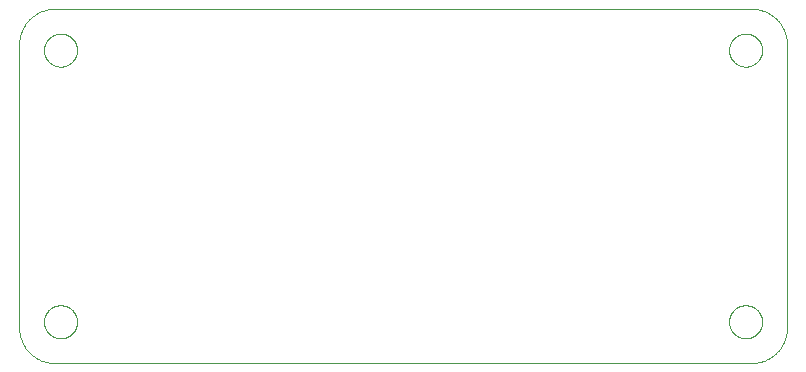
<source format=gbp>
G75*
%MOIN*%
%OFA0B0*%
%FSLAX25Y25*%
%IPPOS*%
%LPD*%
%AMOC8*
5,1,8,0,0,1.08239X$1,22.5*
%
%ADD10C,0.00000*%
D10*
X0016811Y0005000D02*
X0249094Y0005000D01*
X0249379Y0005003D01*
X0249665Y0005014D01*
X0249950Y0005031D01*
X0250234Y0005055D01*
X0250518Y0005086D01*
X0250801Y0005124D01*
X0251082Y0005169D01*
X0251363Y0005220D01*
X0251643Y0005278D01*
X0251921Y0005343D01*
X0252197Y0005415D01*
X0252471Y0005493D01*
X0252744Y0005578D01*
X0253014Y0005670D01*
X0253282Y0005768D01*
X0253548Y0005872D01*
X0253811Y0005983D01*
X0254071Y0006100D01*
X0254329Y0006223D01*
X0254583Y0006353D01*
X0254834Y0006489D01*
X0255082Y0006630D01*
X0255326Y0006778D01*
X0255567Y0006931D01*
X0255803Y0007091D01*
X0256036Y0007256D01*
X0256265Y0007426D01*
X0256490Y0007602D01*
X0256710Y0007784D01*
X0256926Y0007970D01*
X0257137Y0008162D01*
X0257344Y0008359D01*
X0257546Y0008561D01*
X0257743Y0008768D01*
X0257935Y0008979D01*
X0258121Y0009195D01*
X0258303Y0009415D01*
X0258479Y0009640D01*
X0258649Y0009869D01*
X0258814Y0010102D01*
X0258974Y0010338D01*
X0259127Y0010579D01*
X0259275Y0010823D01*
X0259416Y0011071D01*
X0259552Y0011322D01*
X0259682Y0011576D01*
X0259805Y0011834D01*
X0259922Y0012094D01*
X0260033Y0012357D01*
X0260137Y0012623D01*
X0260235Y0012891D01*
X0260327Y0013161D01*
X0260412Y0013434D01*
X0260490Y0013708D01*
X0260562Y0013984D01*
X0260627Y0014262D01*
X0260685Y0014542D01*
X0260736Y0014823D01*
X0260781Y0015104D01*
X0260819Y0015387D01*
X0260850Y0015671D01*
X0260874Y0015955D01*
X0260891Y0016240D01*
X0260902Y0016526D01*
X0260905Y0016811D01*
X0260906Y0016811D02*
X0260906Y0111299D01*
X0260905Y0111299D02*
X0260902Y0111584D01*
X0260891Y0111870D01*
X0260874Y0112155D01*
X0260850Y0112439D01*
X0260819Y0112723D01*
X0260781Y0113006D01*
X0260736Y0113287D01*
X0260685Y0113568D01*
X0260627Y0113848D01*
X0260562Y0114126D01*
X0260490Y0114402D01*
X0260412Y0114676D01*
X0260327Y0114949D01*
X0260235Y0115219D01*
X0260137Y0115487D01*
X0260033Y0115753D01*
X0259922Y0116016D01*
X0259805Y0116276D01*
X0259682Y0116534D01*
X0259552Y0116788D01*
X0259416Y0117039D01*
X0259275Y0117287D01*
X0259127Y0117531D01*
X0258974Y0117772D01*
X0258814Y0118008D01*
X0258649Y0118241D01*
X0258479Y0118470D01*
X0258303Y0118695D01*
X0258121Y0118915D01*
X0257935Y0119131D01*
X0257743Y0119342D01*
X0257546Y0119549D01*
X0257344Y0119751D01*
X0257137Y0119948D01*
X0256926Y0120140D01*
X0256710Y0120326D01*
X0256490Y0120508D01*
X0256265Y0120684D01*
X0256036Y0120854D01*
X0255803Y0121019D01*
X0255567Y0121179D01*
X0255326Y0121332D01*
X0255082Y0121480D01*
X0254834Y0121621D01*
X0254583Y0121757D01*
X0254329Y0121887D01*
X0254071Y0122010D01*
X0253811Y0122127D01*
X0253548Y0122238D01*
X0253282Y0122342D01*
X0253014Y0122440D01*
X0252744Y0122532D01*
X0252471Y0122617D01*
X0252197Y0122695D01*
X0251921Y0122767D01*
X0251643Y0122832D01*
X0251363Y0122890D01*
X0251082Y0122941D01*
X0250801Y0122986D01*
X0250518Y0123024D01*
X0250234Y0123055D01*
X0249950Y0123079D01*
X0249665Y0123096D01*
X0249379Y0123107D01*
X0249094Y0123110D01*
X0016811Y0123110D01*
X0016526Y0123107D01*
X0016240Y0123096D01*
X0015955Y0123079D01*
X0015671Y0123055D01*
X0015387Y0123024D01*
X0015104Y0122986D01*
X0014823Y0122941D01*
X0014542Y0122890D01*
X0014262Y0122832D01*
X0013984Y0122767D01*
X0013708Y0122695D01*
X0013434Y0122617D01*
X0013161Y0122532D01*
X0012891Y0122440D01*
X0012623Y0122342D01*
X0012357Y0122238D01*
X0012094Y0122127D01*
X0011834Y0122010D01*
X0011576Y0121887D01*
X0011322Y0121757D01*
X0011071Y0121621D01*
X0010823Y0121480D01*
X0010579Y0121332D01*
X0010338Y0121179D01*
X0010102Y0121019D01*
X0009869Y0120854D01*
X0009640Y0120684D01*
X0009415Y0120508D01*
X0009195Y0120326D01*
X0008979Y0120140D01*
X0008768Y0119948D01*
X0008561Y0119751D01*
X0008359Y0119549D01*
X0008162Y0119342D01*
X0007970Y0119131D01*
X0007784Y0118915D01*
X0007602Y0118695D01*
X0007426Y0118470D01*
X0007256Y0118241D01*
X0007091Y0118008D01*
X0006931Y0117772D01*
X0006778Y0117531D01*
X0006630Y0117287D01*
X0006489Y0117039D01*
X0006353Y0116788D01*
X0006223Y0116534D01*
X0006100Y0116276D01*
X0005983Y0116016D01*
X0005872Y0115753D01*
X0005768Y0115487D01*
X0005670Y0115219D01*
X0005578Y0114949D01*
X0005493Y0114676D01*
X0005415Y0114402D01*
X0005343Y0114126D01*
X0005278Y0113848D01*
X0005220Y0113568D01*
X0005169Y0113287D01*
X0005124Y0113006D01*
X0005086Y0112723D01*
X0005055Y0112439D01*
X0005031Y0112155D01*
X0005014Y0111870D01*
X0005003Y0111584D01*
X0005000Y0111299D01*
X0005000Y0016811D01*
X0005003Y0016526D01*
X0005014Y0016240D01*
X0005031Y0015955D01*
X0005055Y0015671D01*
X0005086Y0015387D01*
X0005124Y0015104D01*
X0005169Y0014823D01*
X0005220Y0014542D01*
X0005278Y0014262D01*
X0005343Y0013984D01*
X0005415Y0013708D01*
X0005493Y0013434D01*
X0005578Y0013161D01*
X0005670Y0012891D01*
X0005768Y0012623D01*
X0005872Y0012357D01*
X0005983Y0012094D01*
X0006100Y0011834D01*
X0006223Y0011576D01*
X0006353Y0011322D01*
X0006489Y0011071D01*
X0006630Y0010823D01*
X0006778Y0010579D01*
X0006931Y0010338D01*
X0007091Y0010102D01*
X0007256Y0009869D01*
X0007426Y0009640D01*
X0007602Y0009415D01*
X0007784Y0009195D01*
X0007970Y0008979D01*
X0008162Y0008768D01*
X0008359Y0008561D01*
X0008561Y0008359D01*
X0008768Y0008162D01*
X0008979Y0007970D01*
X0009195Y0007784D01*
X0009415Y0007602D01*
X0009640Y0007426D01*
X0009869Y0007256D01*
X0010102Y0007091D01*
X0010338Y0006931D01*
X0010579Y0006778D01*
X0010823Y0006630D01*
X0011071Y0006489D01*
X0011322Y0006353D01*
X0011576Y0006223D01*
X0011834Y0006100D01*
X0012094Y0005983D01*
X0012357Y0005872D01*
X0012623Y0005768D01*
X0012891Y0005670D01*
X0013161Y0005578D01*
X0013434Y0005493D01*
X0013708Y0005415D01*
X0013984Y0005343D01*
X0014262Y0005278D01*
X0014542Y0005220D01*
X0014823Y0005169D01*
X0015104Y0005124D01*
X0015387Y0005086D01*
X0015671Y0005055D01*
X0015955Y0005031D01*
X0016240Y0005014D01*
X0016526Y0005003D01*
X0016811Y0005000D01*
X0013268Y0018780D02*
X0013270Y0018928D01*
X0013276Y0019076D01*
X0013286Y0019224D01*
X0013300Y0019371D01*
X0013318Y0019518D01*
X0013339Y0019664D01*
X0013365Y0019810D01*
X0013395Y0019955D01*
X0013428Y0020099D01*
X0013466Y0020242D01*
X0013507Y0020384D01*
X0013552Y0020525D01*
X0013600Y0020665D01*
X0013653Y0020804D01*
X0013709Y0020941D01*
X0013769Y0021076D01*
X0013832Y0021210D01*
X0013899Y0021342D01*
X0013970Y0021472D01*
X0014044Y0021600D01*
X0014121Y0021726D01*
X0014202Y0021850D01*
X0014286Y0021972D01*
X0014373Y0022091D01*
X0014464Y0022208D01*
X0014558Y0022323D01*
X0014654Y0022435D01*
X0014754Y0022545D01*
X0014856Y0022651D01*
X0014962Y0022755D01*
X0015070Y0022856D01*
X0015181Y0022954D01*
X0015294Y0023050D01*
X0015410Y0023142D01*
X0015528Y0023231D01*
X0015649Y0023316D01*
X0015772Y0023399D01*
X0015897Y0023478D01*
X0016024Y0023554D01*
X0016153Y0023626D01*
X0016284Y0023695D01*
X0016417Y0023760D01*
X0016552Y0023821D01*
X0016688Y0023879D01*
X0016825Y0023934D01*
X0016964Y0023984D01*
X0017105Y0024031D01*
X0017246Y0024074D01*
X0017389Y0024114D01*
X0017533Y0024149D01*
X0017677Y0024181D01*
X0017823Y0024208D01*
X0017969Y0024232D01*
X0018116Y0024252D01*
X0018263Y0024268D01*
X0018410Y0024280D01*
X0018558Y0024288D01*
X0018706Y0024292D01*
X0018854Y0024292D01*
X0019002Y0024288D01*
X0019150Y0024280D01*
X0019297Y0024268D01*
X0019444Y0024252D01*
X0019591Y0024232D01*
X0019737Y0024208D01*
X0019883Y0024181D01*
X0020027Y0024149D01*
X0020171Y0024114D01*
X0020314Y0024074D01*
X0020455Y0024031D01*
X0020596Y0023984D01*
X0020735Y0023934D01*
X0020872Y0023879D01*
X0021008Y0023821D01*
X0021143Y0023760D01*
X0021276Y0023695D01*
X0021407Y0023626D01*
X0021536Y0023554D01*
X0021663Y0023478D01*
X0021788Y0023399D01*
X0021911Y0023316D01*
X0022032Y0023231D01*
X0022150Y0023142D01*
X0022266Y0023050D01*
X0022379Y0022954D01*
X0022490Y0022856D01*
X0022598Y0022755D01*
X0022704Y0022651D01*
X0022806Y0022545D01*
X0022906Y0022435D01*
X0023002Y0022323D01*
X0023096Y0022208D01*
X0023187Y0022091D01*
X0023274Y0021972D01*
X0023358Y0021850D01*
X0023439Y0021726D01*
X0023516Y0021600D01*
X0023590Y0021472D01*
X0023661Y0021342D01*
X0023728Y0021210D01*
X0023791Y0021076D01*
X0023851Y0020941D01*
X0023907Y0020804D01*
X0023960Y0020665D01*
X0024008Y0020525D01*
X0024053Y0020384D01*
X0024094Y0020242D01*
X0024132Y0020099D01*
X0024165Y0019955D01*
X0024195Y0019810D01*
X0024221Y0019664D01*
X0024242Y0019518D01*
X0024260Y0019371D01*
X0024274Y0019224D01*
X0024284Y0019076D01*
X0024290Y0018928D01*
X0024292Y0018780D01*
X0024290Y0018632D01*
X0024284Y0018484D01*
X0024274Y0018336D01*
X0024260Y0018189D01*
X0024242Y0018042D01*
X0024221Y0017896D01*
X0024195Y0017750D01*
X0024165Y0017605D01*
X0024132Y0017461D01*
X0024094Y0017318D01*
X0024053Y0017176D01*
X0024008Y0017035D01*
X0023960Y0016895D01*
X0023907Y0016756D01*
X0023851Y0016619D01*
X0023791Y0016484D01*
X0023728Y0016350D01*
X0023661Y0016218D01*
X0023590Y0016088D01*
X0023516Y0015960D01*
X0023439Y0015834D01*
X0023358Y0015710D01*
X0023274Y0015588D01*
X0023187Y0015469D01*
X0023096Y0015352D01*
X0023002Y0015237D01*
X0022906Y0015125D01*
X0022806Y0015015D01*
X0022704Y0014909D01*
X0022598Y0014805D01*
X0022490Y0014704D01*
X0022379Y0014606D01*
X0022266Y0014510D01*
X0022150Y0014418D01*
X0022032Y0014329D01*
X0021911Y0014244D01*
X0021788Y0014161D01*
X0021663Y0014082D01*
X0021536Y0014006D01*
X0021407Y0013934D01*
X0021276Y0013865D01*
X0021143Y0013800D01*
X0021008Y0013739D01*
X0020872Y0013681D01*
X0020735Y0013626D01*
X0020596Y0013576D01*
X0020455Y0013529D01*
X0020314Y0013486D01*
X0020171Y0013446D01*
X0020027Y0013411D01*
X0019883Y0013379D01*
X0019737Y0013352D01*
X0019591Y0013328D01*
X0019444Y0013308D01*
X0019297Y0013292D01*
X0019150Y0013280D01*
X0019002Y0013272D01*
X0018854Y0013268D01*
X0018706Y0013268D01*
X0018558Y0013272D01*
X0018410Y0013280D01*
X0018263Y0013292D01*
X0018116Y0013308D01*
X0017969Y0013328D01*
X0017823Y0013352D01*
X0017677Y0013379D01*
X0017533Y0013411D01*
X0017389Y0013446D01*
X0017246Y0013486D01*
X0017105Y0013529D01*
X0016964Y0013576D01*
X0016825Y0013626D01*
X0016688Y0013681D01*
X0016552Y0013739D01*
X0016417Y0013800D01*
X0016284Y0013865D01*
X0016153Y0013934D01*
X0016024Y0014006D01*
X0015897Y0014082D01*
X0015772Y0014161D01*
X0015649Y0014244D01*
X0015528Y0014329D01*
X0015410Y0014418D01*
X0015294Y0014510D01*
X0015181Y0014606D01*
X0015070Y0014704D01*
X0014962Y0014805D01*
X0014856Y0014909D01*
X0014754Y0015015D01*
X0014654Y0015125D01*
X0014558Y0015237D01*
X0014464Y0015352D01*
X0014373Y0015469D01*
X0014286Y0015588D01*
X0014202Y0015710D01*
X0014121Y0015834D01*
X0014044Y0015960D01*
X0013970Y0016088D01*
X0013899Y0016218D01*
X0013832Y0016350D01*
X0013769Y0016484D01*
X0013709Y0016619D01*
X0013653Y0016756D01*
X0013600Y0016895D01*
X0013552Y0017035D01*
X0013507Y0017176D01*
X0013466Y0017318D01*
X0013428Y0017461D01*
X0013395Y0017605D01*
X0013365Y0017750D01*
X0013339Y0017896D01*
X0013318Y0018042D01*
X0013300Y0018189D01*
X0013286Y0018336D01*
X0013276Y0018484D01*
X0013270Y0018632D01*
X0013268Y0018780D01*
X0013268Y0109331D02*
X0013270Y0109479D01*
X0013276Y0109627D01*
X0013286Y0109775D01*
X0013300Y0109922D01*
X0013318Y0110069D01*
X0013339Y0110215D01*
X0013365Y0110361D01*
X0013395Y0110506D01*
X0013428Y0110650D01*
X0013466Y0110793D01*
X0013507Y0110935D01*
X0013552Y0111076D01*
X0013600Y0111216D01*
X0013653Y0111355D01*
X0013709Y0111492D01*
X0013769Y0111627D01*
X0013832Y0111761D01*
X0013899Y0111893D01*
X0013970Y0112023D01*
X0014044Y0112151D01*
X0014121Y0112277D01*
X0014202Y0112401D01*
X0014286Y0112523D01*
X0014373Y0112642D01*
X0014464Y0112759D01*
X0014558Y0112874D01*
X0014654Y0112986D01*
X0014754Y0113096D01*
X0014856Y0113202D01*
X0014962Y0113306D01*
X0015070Y0113407D01*
X0015181Y0113505D01*
X0015294Y0113601D01*
X0015410Y0113693D01*
X0015528Y0113782D01*
X0015649Y0113867D01*
X0015772Y0113950D01*
X0015897Y0114029D01*
X0016024Y0114105D01*
X0016153Y0114177D01*
X0016284Y0114246D01*
X0016417Y0114311D01*
X0016552Y0114372D01*
X0016688Y0114430D01*
X0016825Y0114485D01*
X0016964Y0114535D01*
X0017105Y0114582D01*
X0017246Y0114625D01*
X0017389Y0114665D01*
X0017533Y0114700D01*
X0017677Y0114732D01*
X0017823Y0114759D01*
X0017969Y0114783D01*
X0018116Y0114803D01*
X0018263Y0114819D01*
X0018410Y0114831D01*
X0018558Y0114839D01*
X0018706Y0114843D01*
X0018854Y0114843D01*
X0019002Y0114839D01*
X0019150Y0114831D01*
X0019297Y0114819D01*
X0019444Y0114803D01*
X0019591Y0114783D01*
X0019737Y0114759D01*
X0019883Y0114732D01*
X0020027Y0114700D01*
X0020171Y0114665D01*
X0020314Y0114625D01*
X0020455Y0114582D01*
X0020596Y0114535D01*
X0020735Y0114485D01*
X0020872Y0114430D01*
X0021008Y0114372D01*
X0021143Y0114311D01*
X0021276Y0114246D01*
X0021407Y0114177D01*
X0021536Y0114105D01*
X0021663Y0114029D01*
X0021788Y0113950D01*
X0021911Y0113867D01*
X0022032Y0113782D01*
X0022150Y0113693D01*
X0022266Y0113601D01*
X0022379Y0113505D01*
X0022490Y0113407D01*
X0022598Y0113306D01*
X0022704Y0113202D01*
X0022806Y0113096D01*
X0022906Y0112986D01*
X0023002Y0112874D01*
X0023096Y0112759D01*
X0023187Y0112642D01*
X0023274Y0112523D01*
X0023358Y0112401D01*
X0023439Y0112277D01*
X0023516Y0112151D01*
X0023590Y0112023D01*
X0023661Y0111893D01*
X0023728Y0111761D01*
X0023791Y0111627D01*
X0023851Y0111492D01*
X0023907Y0111355D01*
X0023960Y0111216D01*
X0024008Y0111076D01*
X0024053Y0110935D01*
X0024094Y0110793D01*
X0024132Y0110650D01*
X0024165Y0110506D01*
X0024195Y0110361D01*
X0024221Y0110215D01*
X0024242Y0110069D01*
X0024260Y0109922D01*
X0024274Y0109775D01*
X0024284Y0109627D01*
X0024290Y0109479D01*
X0024292Y0109331D01*
X0024290Y0109183D01*
X0024284Y0109035D01*
X0024274Y0108887D01*
X0024260Y0108740D01*
X0024242Y0108593D01*
X0024221Y0108447D01*
X0024195Y0108301D01*
X0024165Y0108156D01*
X0024132Y0108012D01*
X0024094Y0107869D01*
X0024053Y0107727D01*
X0024008Y0107586D01*
X0023960Y0107446D01*
X0023907Y0107307D01*
X0023851Y0107170D01*
X0023791Y0107035D01*
X0023728Y0106901D01*
X0023661Y0106769D01*
X0023590Y0106639D01*
X0023516Y0106511D01*
X0023439Y0106385D01*
X0023358Y0106261D01*
X0023274Y0106139D01*
X0023187Y0106020D01*
X0023096Y0105903D01*
X0023002Y0105788D01*
X0022906Y0105676D01*
X0022806Y0105566D01*
X0022704Y0105460D01*
X0022598Y0105356D01*
X0022490Y0105255D01*
X0022379Y0105157D01*
X0022266Y0105061D01*
X0022150Y0104969D01*
X0022032Y0104880D01*
X0021911Y0104795D01*
X0021788Y0104712D01*
X0021663Y0104633D01*
X0021536Y0104557D01*
X0021407Y0104485D01*
X0021276Y0104416D01*
X0021143Y0104351D01*
X0021008Y0104290D01*
X0020872Y0104232D01*
X0020735Y0104177D01*
X0020596Y0104127D01*
X0020455Y0104080D01*
X0020314Y0104037D01*
X0020171Y0103997D01*
X0020027Y0103962D01*
X0019883Y0103930D01*
X0019737Y0103903D01*
X0019591Y0103879D01*
X0019444Y0103859D01*
X0019297Y0103843D01*
X0019150Y0103831D01*
X0019002Y0103823D01*
X0018854Y0103819D01*
X0018706Y0103819D01*
X0018558Y0103823D01*
X0018410Y0103831D01*
X0018263Y0103843D01*
X0018116Y0103859D01*
X0017969Y0103879D01*
X0017823Y0103903D01*
X0017677Y0103930D01*
X0017533Y0103962D01*
X0017389Y0103997D01*
X0017246Y0104037D01*
X0017105Y0104080D01*
X0016964Y0104127D01*
X0016825Y0104177D01*
X0016688Y0104232D01*
X0016552Y0104290D01*
X0016417Y0104351D01*
X0016284Y0104416D01*
X0016153Y0104485D01*
X0016024Y0104557D01*
X0015897Y0104633D01*
X0015772Y0104712D01*
X0015649Y0104795D01*
X0015528Y0104880D01*
X0015410Y0104969D01*
X0015294Y0105061D01*
X0015181Y0105157D01*
X0015070Y0105255D01*
X0014962Y0105356D01*
X0014856Y0105460D01*
X0014754Y0105566D01*
X0014654Y0105676D01*
X0014558Y0105788D01*
X0014464Y0105903D01*
X0014373Y0106020D01*
X0014286Y0106139D01*
X0014202Y0106261D01*
X0014121Y0106385D01*
X0014044Y0106511D01*
X0013970Y0106639D01*
X0013899Y0106769D01*
X0013832Y0106901D01*
X0013769Y0107035D01*
X0013709Y0107170D01*
X0013653Y0107307D01*
X0013600Y0107446D01*
X0013552Y0107586D01*
X0013507Y0107727D01*
X0013466Y0107869D01*
X0013428Y0108012D01*
X0013395Y0108156D01*
X0013365Y0108301D01*
X0013339Y0108447D01*
X0013318Y0108593D01*
X0013300Y0108740D01*
X0013286Y0108887D01*
X0013276Y0109035D01*
X0013270Y0109183D01*
X0013268Y0109331D01*
X0241614Y0109331D02*
X0241616Y0109479D01*
X0241622Y0109627D01*
X0241632Y0109775D01*
X0241646Y0109922D01*
X0241664Y0110069D01*
X0241685Y0110215D01*
X0241711Y0110361D01*
X0241741Y0110506D01*
X0241774Y0110650D01*
X0241812Y0110793D01*
X0241853Y0110935D01*
X0241898Y0111076D01*
X0241946Y0111216D01*
X0241999Y0111355D01*
X0242055Y0111492D01*
X0242115Y0111627D01*
X0242178Y0111761D01*
X0242245Y0111893D01*
X0242316Y0112023D01*
X0242390Y0112151D01*
X0242467Y0112277D01*
X0242548Y0112401D01*
X0242632Y0112523D01*
X0242719Y0112642D01*
X0242810Y0112759D01*
X0242904Y0112874D01*
X0243000Y0112986D01*
X0243100Y0113096D01*
X0243202Y0113202D01*
X0243308Y0113306D01*
X0243416Y0113407D01*
X0243527Y0113505D01*
X0243640Y0113601D01*
X0243756Y0113693D01*
X0243874Y0113782D01*
X0243995Y0113867D01*
X0244118Y0113950D01*
X0244243Y0114029D01*
X0244370Y0114105D01*
X0244499Y0114177D01*
X0244630Y0114246D01*
X0244763Y0114311D01*
X0244898Y0114372D01*
X0245034Y0114430D01*
X0245171Y0114485D01*
X0245310Y0114535D01*
X0245451Y0114582D01*
X0245592Y0114625D01*
X0245735Y0114665D01*
X0245879Y0114700D01*
X0246023Y0114732D01*
X0246169Y0114759D01*
X0246315Y0114783D01*
X0246462Y0114803D01*
X0246609Y0114819D01*
X0246756Y0114831D01*
X0246904Y0114839D01*
X0247052Y0114843D01*
X0247200Y0114843D01*
X0247348Y0114839D01*
X0247496Y0114831D01*
X0247643Y0114819D01*
X0247790Y0114803D01*
X0247937Y0114783D01*
X0248083Y0114759D01*
X0248229Y0114732D01*
X0248373Y0114700D01*
X0248517Y0114665D01*
X0248660Y0114625D01*
X0248801Y0114582D01*
X0248942Y0114535D01*
X0249081Y0114485D01*
X0249218Y0114430D01*
X0249354Y0114372D01*
X0249489Y0114311D01*
X0249622Y0114246D01*
X0249753Y0114177D01*
X0249882Y0114105D01*
X0250009Y0114029D01*
X0250134Y0113950D01*
X0250257Y0113867D01*
X0250378Y0113782D01*
X0250496Y0113693D01*
X0250612Y0113601D01*
X0250725Y0113505D01*
X0250836Y0113407D01*
X0250944Y0113306D01*
X0251050Y0113202D01*
X0251152Y0113096D01*
X0251252Y0112986D01*
X0251348Y0112874D01*
X0251442Y0112759D01*
X0251533Y0112642D01*
X0251620Y0112523D01*
X0251704Y0112401D01*
X0251785Y0112277D01*
X0251862Y0112151D01*
X0251936Y0112023D01*
X0252007Y0111893D01*
X0252074Y0111761D01*
X0252137Y0111627D01*
X0252197Y0111492D01*
X0252253Y0111355D01*
X0252306Y0111216D01*
X0252354Y0111076D01*
X0252399Y0110935D01*
X0252440Y0110793D01*
X0252478Y0110650D01*
X0252511Y0110506D01*
X0252541Y0110361D01*
X0252567Y0110215D01*
X0252588Y0110069D01*
X0252606Y0109922D01*
X0252620Y0109775D01*
X0252630Y0109627D01*
X0252636Y0109479D01*
X0252638Y0109331D01*
X0252636Y0109183D01*
X0252630Y0109035D01*
X0252620Y0108887D01*
X0252606Y0108740D01*
X0252588Y0108593D01*
X0252567Y0108447D01*
X0252541Y0108301D01*
X0252511Y0108156D01*
X0252478Y0108012D01*
X0252440Y0107869D01*
X0252399Y0107727D01*
X0252354Y0107586D01*
X0252306Y0107446D01*
X0252253Y0107307D01*
X0252197Y0107170D01*
X0252137Y0107035D01*
X0252074Y0106901D01*
X0252007Y0106769D01*
X0251936Y0106639D01*
X0251862Y0106511D01*
X0251785Y0106385D01*
X0251704Y0106261D01*
X0251620Y0106139D01*
X0251533Y0106020D01*
X0251442Y0105903D01*
X0251348Y0105788D01*
X0251252Y0105676D01*
X0251152Y0105566D01*
X0251050Y0105460D01*
X0250944Y0105356D01*
X0250836Y0105255D01*
X0250725Y0105157D01*
X0250612Y0105061D01*
X0250496Y0104969D01*
X0250378Y0104880D01*
X0250257Y0104795D01*
X0250134Y0104712D01*
X0250009Y0104633D01*
X0249882Y0104557D01*
X0249753Y0104485D01*
X0249622Y0104416D01*
X0249489Y0104351D01*
X0249354Y0104290D01*
X0249218Y0104232D01*
X0249081Y0104177D01*
X0248942Y0104127D01*
X0248801Y0104080D01*
X0248660Y0104037D01*
X0248517Y0103997D01*
X0248373Y0103962D01*
X0248229Y0103930D01*
X0248083Y0103903D01*
X0247937Y0103879D01*
X0247790Y0103859D01*
X0247643Y0103843D01*
X0247496Y0103831D01*
X0247348Y0103823D01*
X0247200Y0103819D01*
X0247052Y0103819D01*
X0246904Y0103823D01*
X0246756Y0103831D01*
X0246609Y0103843D01*
X0246462Y0103859D01*
X0246315Y0103879D01*
X0246169Y0103903D01*
X0246023Y0103930D01*
X0245879Y0103962D01*
X0245735Y0103997D01*
X0245592Y0104037D01*
X0245451Y0104080D01*
X0245310Y0104127D01*
X0245171Y0104177D01*
X0245034Y0104232D01*
X0244898Y0104290D01*
X0244763Y0104351D01*
X0244630Y0104416D01*
X0244499Y0104485D01*
X0244370Y0104557D01*
X0244243Y0104633D01*
X0244118Y0104712D01*
X0243995Y0104795D01*
X0243874Y0104880D01*
X0243756Y0104969D01*
X0243640Y0105061D01*
X0243527Y0105157D01*
X0243416Y0105255D01*
X0243308Y0105356D01*
X0243202Y0105460D01*
X0243100Y0105566D01*
X0243000Y0105676D01*
X0242904Y0105788D01*
X0242810Y0105903D01*
X0242719Y0106020D01*
X0242632Y0106139D01*
X0242548Y0106261D01*
X0242467Y0106385D01*
X0242390Y0106511D01*
X0242316Y0106639D01*
X0242245Y0106769D01*
X0242178Y0106901D01*
X0242115Y0107035D01*
X0242055Y0107170D01*
X0241999Y0107307D01*
X0241946Y0107446D01*
X0241898Y0107586D01*
X0241853Y0107727D01*
X0241812Y0107869D01*
X0241774Y0108012D01*
X0241741Y0108156D01*
X0241711Y0108301D01*
X0241685Y0108447D01*
X0241664Y0108593D01*
X0241646Y0108740D01*
X0241632Y0108887D01*
X0241622Y0109035D01*
X0241616Y0109183D01*
X0241614Y0109331D01*
X0241614Y0018780D02*
X0241616Y0018928D01*
X0241622Y0019076D01*
X0241632Y0019224D01*
X0241646Y0019371D01*
X0241664Y0019518D01*
X0241685Y0019664D01*
X0241711Y0019810D01*
X0241741Y0019955D01*
X0241774Y0020099D01*
X0241812Y0020242D01*
X0241853Y0020384D01*
X0241898Y0020525D01*
X0241946Y0020665D01*
X0241999Y0020804D01*
X0242055Y0020941D01*
X0242115Y0021076D01*
X0242178Y0021210D01*
X0242245Y0021342D01*
X0242316Y0021472D01*
X0242390Y0021600D01*
X0242467Y0021726D01*
X0242548Y0021850D01*
X0242632Y0021972D01*
X0242719Y0022091D01*
X0242810Y0022208D01*
X0242904Y0022323D01*
X0243000Y0022435D01*
X0243100Y0022545D01*
X0243202Y0022651D01*
X0243308Y0022755D01*
X0243416Y0022856D01*
X0243527Y0022954D01*
X0243640Y0023050D01*
X0243756Y0023142D01*
X0243874Y0023231D01*
X0243995Y0023316D01*
X0244118Y0023399D01*
X0244243Y0023478D01*
X0244370Y0023554D01*
X0244499Y0023626D01*
X0244630Y0023695D01*
X0244763Y0023760D01*
X0244898Y0023821D01*
X0245034Y0023879D01*
X0245171Y0023934D01*
X0245310Y0023984D01*
X0245451Y0024031D01*
X0245592Y0024074D01*
X0245735Y0024114D01*
X0245879Y0024149D01*
X0246023Y0024181D01*
X0246169Y0024208D01*
X0246315Y0024232D01*
X0246462Y0024252D01*
X0246609Y0024268D01*
X0246756Y0024280D01*
X0246904Y0024288D01*
X0247052Y0024292D01*
X0247200Y0024292D01*
X0247348Y0024288D01*
X0247496Y0024280D01*
X0247643Y0024268D01*
X0247790Y0024252D01*
X0247937Y0024232D01*
X0248083Y0024208D01*
X0248229Y0024181D01*
X0248373Y0024149D01*
X0248517Y0024114D01*
X0248660Y0024074D01*
X0248801Y0024031D01*
X0248942Y0023984D01*
X0249081Y0023934D01*
X0249218Y0023879D01*
X0249354Y0023821D01*
X0249489Y0023760D01*
X0249622Y0023695D01*
X0249753Y0023626D01*
X0249882Y0023554D01*
X0250009Y0023478D01*
X0250134Y0023399D01*
X0250257Y0023316D01*
X0250378Y0023231D01*
X0250496Y0023142D01*
X0250612Y0023050D01*
X0250725Y0022954D01*
X0250836Y0022856D01*
X0250944Y0022755D01*
X0251050Y0022651D01*
X0251152Y0022545D01*
X0251252Y0022435D01*
X0251348Y0022323D01*
X0251442Y0022208D01*
X0251533Y0022091D01*
X0251620Y0021972D01*
X0251704Y0021850D01*
X0251785Y0021726D01*
X0251862Y0021600D01*
X0251936Y0021472D01*
X0252007Y0021342D01*
X0252074Y0021210D01*
X0252137Y0021076D01*
X0252197Y0020941D01*
X0252253Y0020804D01*
X0252306Y0020665D01*
X0252354Y0020525D01*
X0252399Y0020384D01*
X0252440Y0020242D01*
X0252478Y0020099D01*
X0252511Y0019955D01*
X0252541Y0019810D01*
X0252567Y0019664D01*
X0252588Y0019518D01*
X0252606Y0019371D01*
X0252620Y0019224D01*
X0252630Y0019076D01*
X0252636Y0018928D01*
X0252638Y0018780D01*
X0252636Y0018632D01*
X0252630Y0018484D01*
X0252620Y0018336D01*
X0252606Y0018189D01*
X0252588Y0018042D01*
X0252567Y0017896D01*
X0252541Y0017750D01*
X0252511Y0017605D01*
X0252478Y0017461D01*
X0252440Y0017318D01*
X0252399Y0017176D01*
X0252354Y0017035D01*
X0252306Y0016895D01*
X0252253Y0016756D01*
X0252197Y0016619D01*
X0252137Y0016484D01*
X0252074Y0016350D01*
X0252007Y0016218D01*
X0251936Y0016088D01*
X0251862Y0015960D01*
X0251785Y0015834D01*
X0251704Y0015710D01*
X0251620Y0015588D01*
X0251533Y0015469D01*
X0251442Y0015352D01*
X0251348Y0015237D01*
X0251252Y0015125D01*
X0251152Y0015015D01*
X0251050Y0014909D01*
X0250944Y0014805D01*
X0250836Y0014704D01*
X0250725Y0014606D01*
X0250612Y0014510D01*
X0250496Y0014418D01*
X0250378Y0014329D01*
X0250257Y0014244D01*
X0250134Y0014161D01*
X0250009Y0014082D01*
X0249882Y0014006D01*
X0249753Y0013934D01*
X0249622Y0013865D01*
X0249489Y0013800D01*
X0249354Y0013739D01*
X0249218Y0013681D01*
X0249081Y0013626D01*
X0248942Y0013576D01*
X0248801Y0013529D01*
X0248660Y0013486D01*
X0248517Y0013446D01*
X0248373Y0013411D01*
X0248229Y0013379D01*
X0248083Y0013352D01*
X0247937Y0013328D01*
X0247790Y0013308D01*
X0247643Y0013292D01*
X0247496Y0013280D01*
X0247348Y0013272D01*
X0247200Y0013268D01*
X0247052Y0013268D01*
X0246904Y0013272D01*
X0246756Y0013280D01*
X0246609Y0013292D01*
X0246462Y0013308D01*
X0246315Y0013328D01*
X0246169Y0013352D01*
X0246023Y0013379D01*
X0245879Y0013411D01*
X0245735Y0013446D01*
X0245592Y0013486D01*
X0245451Y0013529D01*
X0245310Y0013576D01*
X0245171Y0013626D01*
X0245034Y0013681D01*
X0244898Y0013739D01*
X0244763Y0013800D01*
X0244630Y0013865D01*
X0244499Y0013934D01*
X0244370Y0014006D01*
X0244243Y0014082D01*
X0244118Y0014161D01*
X0243995Y0014244D01*
X0243874Y0014329D01*
X0243756Y0014418D01*
X0243640Y0014510D01*
X0243527Y0014606D01*
X0243416Y0014704D01*
X0243308Y0014805D01*
X0243202Y0014909D01*
X0243100Y0015015D01*
X0243000Y0015125D01*
X0242904Y0015237D01*
X0242810Y0015352D01*
X0242719Y0015469D01*
X0242632Y0015588D01*
X0242548Y0015710D01*
X0242467Y0015834D01*
X0242390Y0015960D01*
X0242316Y0016088D01*
X0242245Y0016218D01*
X0242178Y0016350D01*
X0242115Y0016484D01*
X0242055Y0016619D01*
X0241999Y0016756D01*
X0241946Y0016895D01*
X0241898Y0017035D01*
X0241853Y0017176D01*
X0241812Y0017318D01*
X0241774Y0017461D01*
X0241741Y0017605D01*
X0241711Y0017750D01*
X0241685Y0017896D01*
X0241664Y0018042D01*
X0241646Y0018189D01*
X0241632Y0018336D01*
X0241622Y0018484D01*
X0241616Y0018632D01*
X0241614Y0018780D01*
M02*

</source>
